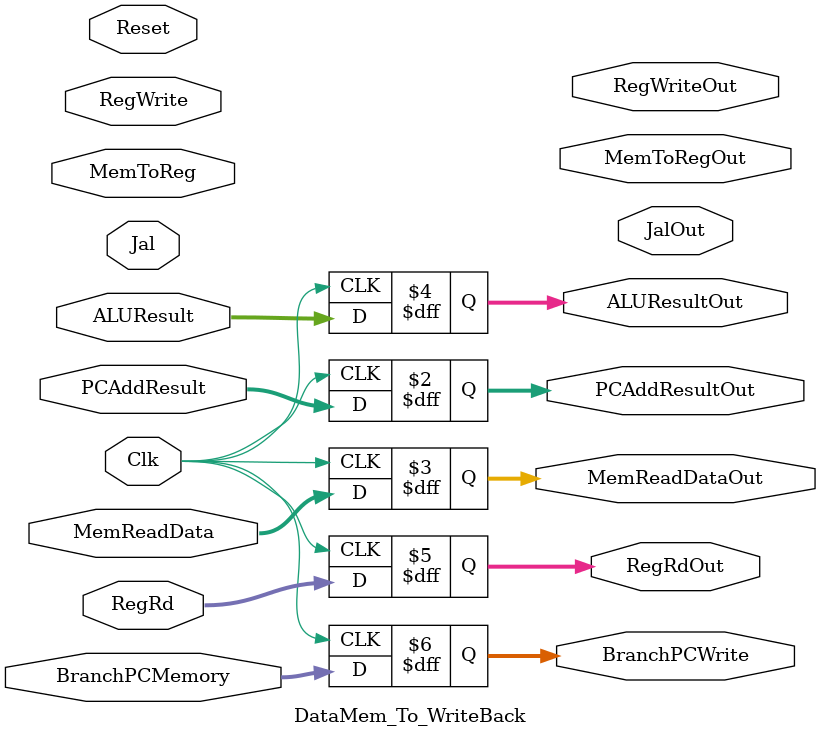
<source format=v>
`timescale 1ns / 1ps


module DataMem_To_WriteBack(Clk, Reset, PCAddResult, MemReadData, ALUResult, RegRd, BranchPCMemory, RegWrite, MemToReg, Jal,
			PCAddResultOut, MemReadDataOut, ALUResultOut, RegRdOut, BranchPCWrite, RegWriteOut, MemToRegOut, JalOut);

input Clk, Reset;
input [31:0] PCAddResult, MemReadData, ALUResult, RegRd, BranchPCMemory;
input RegWrite, MemToReg, Jal;

output reg [31:0] PCAddResultOut, MemReadDataOut, ALUResultOut, RegRdOut;
output reg [31:0] BranchPCWrite;
output reg RegWriteOut, MemToRegOut, JalOut;

always @(posedge Clk) begin
    PCAddResultOut <= PCAddResult;
    MemReadDataOut <= MemReadData;
    ALUResultOut <= ALUResult;
    RegRdOut <= RegRd;
    BranchPCWrite <= BranchPCMemory;

end
endmodule

</source>
